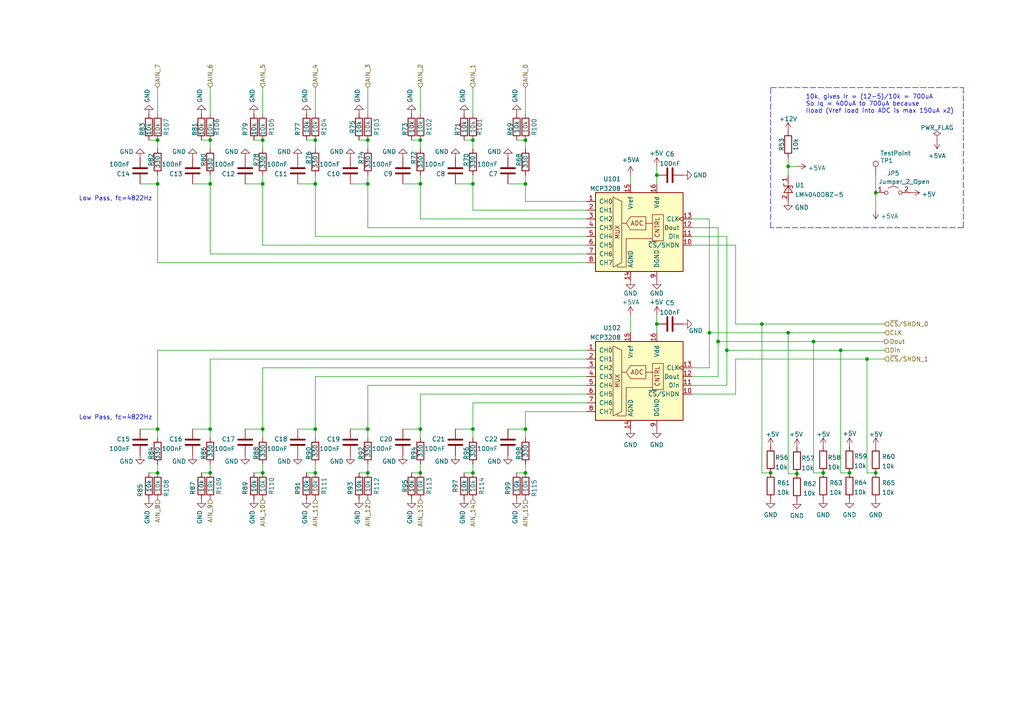
<source format=kicad_sch>
(kicad_sch (version 20211123) (generator eeschema)
  (paper "A4")
  (lib_symbols
    (symbol "Analog_ADC:MCP3208" (pin_names (offset 1.016))
      (property "Reference" "U" (at -5.08 13.335 0))
      (property "Value" "MCP3208" (at -5.08 11.43 0))
      (symbol "MCP3208_0_0"
        (text "ADC" (at -0.635 1.27 0) (effects (font (size 1.27 1.27))))
        (text "CNTRL" (at 5.969 -2.921 900) (effects (font (size 1.27 1.27)) (justify left bottom)))
        (text "MUX" (at -6.35 -1.27 900) (effects (font (size 1.27 1.27))))
      )
      (symbol "MCP3208_0_1"
        (polyline (pts (xy -3.81 1.27) (xy -5.08 1.27)))
        (polyline (pts (xy 1.905 1.27) (xy 3.81 1.27)))
        (polyline (pts (xy -7.62 8.89) (xy -7.62 -11.43) (xy -5.08 -10.16) (xy -5.08 7.62) (xy -7.62 8.89)))
        (polyline (pts (xy 3.81 -3.175) (xy -3.81 -3.175) (xy -3.81 -11.43) (xy -6.35 -11.43) (xy -6.35 -10.795)))
        (polyline (pts (xy 1.905 3.175) (xy 1.905 -0.635) (xy -2.54 -0.635) (xy -3.81 1.27) (xy -2.54 3.175) (xy 1.905 3.175)))
        (rectangle (start 3.81 -3.81) (end 6.985 3.81))
        (rectangle (start 12.7 -12.7) (end -12.7 10.16) (stroke (width 0.254)) (fill (type background)))
      )
      (symbol "MCP3208_1_1"
        (pin input line (at -15.24 7.62 0) (length 2.54) (name "CH0") (number "1"))
        (pin input line (at 15.24 -5.08 180) (length 2.54) (name "~{CS}/SHDN") (number "10"))
        (pin input line (at 15.24 -2.54 180) (length 2.54) (name "Din") (number "11"))
        (pin output line (at 15.24 0 180) (length 2.54) (name "Dout") (number "12"))
        (pin input clock (at 15.24 2.54 180) (length 2.54) (name "CLK") (number "13"))
        (pin power_in line (at -2.54 -15.24 90) (length 2.54) (name "AGND") (number "14"))
        (pin power_in line (at -2.54 12.7 270) (length 2.54) (name "Vref") (number "15"))
        (pin power_in line (at 5.08 12.7 270) (length 2.54) (name "Vdd") (number "16"))
        (pin input line (at -15.24 5.08 0) (length 2.54) (name "CH1") (number "2"))
        (pin input line (at -15.24 2.54 0) (length 2.54) (name "CH2") (number "3"))
        (pin input line (at -15.24 0 0) (length 2.54) (name "CH3") (number "4"))
        (pin input line (at -15.24 -2.54 0) (length 2.54) (name "CH4") (number "5"))
        (pin input line (at -15.24 -5.08 0) (length 2.54) (name "CH5") (number "6"))
        (pin input line (at -15.24 -7.62 0) (length 2.54) (name "CH6") (number "7"))
        (pin input line (at -15.24 -10.16 0) (length 2.54) (name "CH7") (number "8"))
        (pin power_in line (at 5.08 -15.24 90) (length 2.54) (name "DGND") (number "9"))
      )
    )
    (symbol "Connector:TestPoint" (pin_numbers hide) (pin_names (offset 0.762) hide)
      (property "Reference" "TP" (at 0 6.858 0))
      (property "Value" "TestPoint" (at 0 5.08 0))
      (symbol "TestPoint_0_1"
        (circle (center 0 3.302) (radius 0.762))
      )
      (symbol "TestPoint_1_1"
        (pin passive line (at 0 0 90) (length 2.54) (name "1") (number "1"))
      )
    )
    (symbol "Device:C" (pin_numbers hide) (pin_names (offset 0.254))
      (property "Reference" "C" (at 0.635 2.54 0))
      (property "Value" "C" (at 0.635 -2.54 0))
      (symbol "C_0_1"
        (polyline (pts (xy -2.032 -0.762) (xy 2.032 -0.762)) (stroke (width 0.508)))
        (polyline (pts (xy -2.032 0.762) (xy 2.032 0.762)) (stroke (width 0.508)))
      )
      (symbol "C_1_1"
        (pin passive line (at 0 3.81 270) (length 2.794) (name "~") (number "1"))
        (pin passive line (at 0 -3.81 90) (length 2.794) (name "~") (number "2"))
      )
    )
    (symbol "Device:R" (pin_numbers hide) (pin_names (offset 0))
      (property "Reference" "R" (at 2.032 0 90))
      (property "Value" "R" (at 0 0 90))
      (symbol "R_0_1"
        (rectangle (start -1.016 -2.54) (end 1.016 2.54) (stroke (width 0.254)))
      )
      (symbol "R_1_1"
        (pin passive line (at 0 3.81 270) (length 1.27) (name "~") (number "1"))
        (pin passive line (at 0 -3.81 90) (length 1.27) (name "~") (number "2"))
      )
    )
    (symbol "Jumper:Jumper_2_Open" (pin_names (offset 0) hide)
      (property "Reference" "JP" (at 0 2.794 0))
      (property "Value" "Jumper_2_Open" (at 0 -2.286 0))
      (symbol "Jumper_2_Open_0_0"
        (circle (center -2.032 0) (radius 0.508))
        (circle (center 2.032 0) (radius 0.508))
      )
      (symbol "Jumper_2_Open_0_1"
        (arc (start 1.524 1.27) (mid 0 1.778) (end -1.524 1.27))
      )
      (symbol "Jumper_2_Open_1_1"
        (pin passive line (at -5.08 0 0) (length 2.54) (name "A") (number "1"))
        (pin passive line (at 5.08 0 180) (length 2.54) (name "B") (number "2"))
      )
    )
    (symbol "Reference_Voltage:LM4040DBZ-5" (pin_names (offset 0.0254) hide)
      (property "Reference" "U" (at 0 2.54 0))
      (property "Value" "LM4040DBZ-5" (at 0 -3.175 0))
      (symbol "LM4040DBZ-5_0_1"
        (polyline (pts (xy -1.27 0) (xy 0 0) (xy 1.27 0)))
        (polyline (pts (xy -1.27 -1.27) (xy 0.635 0) (xy -1.27 1.27) (xy -1.27 -1.27)) (stroke (width 0.2032)))
        (polyline (pts (xy 0 -1.27) (xy 0.635 -1.27) (xy 0.635 1.27) (xy 1.27 1.27)) (stroke (width 0.2032)))
      )
      (symbol "LM4040DBZ-5_1_1"
        (pin passive line (at 3.81 0 180) (length 2.54) (name "K") (number "1"))
        (pin passive line (at -3.81 0 0) (length 2.54) (name "A") (number "2"))
      )
    )
    (symbol "power:+12V" (power) (pin_names (offset 0))
      (property "Value" "+12V" (at 0 3.556 0))
      (symbol "+12V_0_1"
        (polyline (pts (xy -0.762 1.27) (xy 0 2.54)))
        (polyline (pts (xy 0 0) (xy 0 2.54)))
        (polyline (pts (xy 0 2.54) (xy 0.762 1.27)))
      )
      (symbol "+12V_1_1"
        (pin power_in line (at 0 0 90) (length 0) hide (name "+12V") (number "1"))
      )
    )
    (symbol "power:+5V" (power) (pin_names (offset 0))
      (property "Value" "+5V" (at 0 3.556 0))
      (symbol "+5V_0_1"
        (polyline (pts (xy -0.762 1.27) (xy 0 2.54)))
        (polyline (pts (xy 0 0) (xy 0 2.54)))
        (polyline (pts (xy 0 2.54) (xy 0.762 1.27)))
      )
      (symbol "+5V_1_1"
        (pin power_in line (at 0 0 90) (length 0) hide (name "+5V") (number "1"))
      )
    )
    (symbol "power:+5VA" (power) (pin_names (offset 0))
      (property "Value" "+5VA" (at 0 3.556 0))
      (symbol "+5VA_0_1"
        (polyline (pts (xy -0.762 1.27) (xy 0 2.54)))
        (polyline (pts (xy 0 0) (xy 0 2.54)))
        (polyline (pts (xy 0 2.54) (xy 0.762 1.27)))
      )
      (symbol "+5VA_1_1"
        (pin power_in line (at 0 0 90) (length 0) hide (name "+5VA") (number "1"))
      )
    )
    (symbol "power:GND" (power) (pin_names (offset 0))
      (property "Value" "GND" (at 0 -3.81 0))
      (symbol "GND_0_1"
        (polyline (pts (xy 0 0) (xy 0 -1.27) (xy 1.27 -1.27) (xy 0 -2.54) (xy -1.27 -1.27) (xy 0 -1.27)))
      )
      (symbol "GND_1_1"
        (pin power_in line (at 0 0 270) (length 0) hide (name "GND") (number "1"))
      )
    )
    (symbol "power:PWR_FLAG" (power) (pin_numbers hide) (pin_names (offset 0) hide)
      (property "Value" "PWR_FLAG" (at 0 3.81 0))
      (symbol "PWR_FLAG_0_0"
        (pin power_out line (at 0 0 90) (length 0) (name "pwr") (number "1"))
      )
      (symbol "PWR_FLAG_0_1"
        (polyline (pts (xy 0 0) (xy 0 1.27) (xy -1.016 1.905) (xy 0 2.54) (xy 1.016 1.905) (xy 0 1.27)))
      )
    )
  )
  (junction (at 121.92 124.46))
  (junction (at 228.6 48.26))
  (junction (at 152.4 137.16))
  (junction (at 246.38 137.16))
  (junction (at 152.4 40.64))
  (junction (at 106.68 137.16))
  (junction (at 137.16 124.46))
  (junction (at 45.72 137.16))
  (junction (at 91.44 124.46))
  (junction (at 91.44 40.64))
  (junction (at 106.68 124.46))
  (junction (at 190.5 93.98))
  (junction (at 91.44 53.34))
  (junction (at 238.76 137.16))
  (junction (at 45.72 40.64))
  (junction (at 121.92 40.64))
  (junction (at 251.46 104.14))
  (junction (at 254 137.16))
  (junction (at 121.92 53.34))
  (junction (at 45.72 53.34))
  (junction (at 190.5 50.8))
  (junction (at 121.92 137.16))
  (junction (at 152.4 53.34))
  (junction (at 60.96 137.16))
  (junction (at 76.2 53.34))
  (junction (at 106.68 40.64))
  (junction (at 208.28 99.06))
  (junction (at 228.6 96.52))
  (junction (at 45.72 124.46))
  (junction (at 137.16 137.16))
  (junction (at 235.966 99.06))
  (junction (at 137.16 40.64))
  (junction (at 60.96 124.46))
  (junction (at 137.16 53.34))
  (junction (at 106.68 53.34))
  (junction (at 231.14 137.414))
  (junction (at 60.96 53.34))
  (junction (at 91.44 137.16))
  (junction (at 205.74 96.52))
  (junction (at 76.2 124.46))
  (junction (at 152.4 124.46))
  (junction (at 243.84 101.6))
  (junction (at 254 55.88))
  (junction (at 223.52 137.16))
  (junction (at 76.2 137.16))
  (junction (at 220.98 93.98))
  (junction (at 60.96 40.64))
  (junction (at 210.82 101.6))
  (junction (at 76.2 40.64))
  (wire (pts (xy 121.92 40.64) (xy 119.38 40.64)))
  (wire (pts (xy 106.68 66.04) (xy 106.68 53.34)))
  (wire (pts (xy 223.52 137.16) (xy 220.98 137.16)))
  (wire (pts (xy 208.28 109.22) (xy 208.28 99.06)))
  (wire (pts (xy 45.72 124.46) (xy 40.64 124.46)))
  (wire (pts (xy 60.96 137.16) (xy 58.42 137.16)))
  (wire (pts (xy 45.72 101.6) (xy 45.72 124.46)))
  (wire (pts (xy 121.92 25.4) (xy 121.92 33.02)))
  (wire (pts (xy 243.84 101.6) (xy 256.54 101.6)))
  (wire (pts (xy 182.88 50.8) (xy 182.88 53.34)))
  (wire (pts (xy 228.6 96.52) (xy 228.6 137.414)))
  (wire (pts (xy 254 50.8) (xy 254 55.88)))
  (wire (pts (xy 45.72 53.34) (xy 40.64 53.34)))
  (wire (pts (xy 152.4 127) (xy 152.4 124.46)))
  (wire (pts (xy 121.92 127) (xy 121.92 124.46)))
  (wire (pts (xy 190.5 50.8) (xy 190.5 53.34)))
  (wire (pts (xy 121.92 114.3) (xy 170.18 114.3)))
  (wire (pts (xy 91.44 25.4) (xy 91.44 33.02)))
  (wire (pts (xy 213.36 104.14) (xy 251.46 104.14)))
  (wire (pts (xy 213.36 93.98) (xy 220.98 93.98)))
  (wire (pts (xy 182.88 91.44) (xy 182.88 96.52)))
  (wire (pts (xy 152.4 58.42) (xy 170.18 58.42)))
  (wire (pts (xy 254 60.96) (xy 254 55.88)))
  (polyline (pts (xy 279.4 66.04) (xy 223.52 66.04)))
  (wire (pts (xy 106.68 137.16) (xy 104.14 137.16)))
  (wire (pts (xy 170.18 101.6) (xy 45.72 101.6)))
  (wire (pts (xy 121.92 43.18) (xy 121.92 40.64)))
  (wire (pts (xy 170.18 106.68) (xy 76.2 106.68)))
  (wire (pts (xy 106.68 127) (xy 106.68 124.46)))
  (wire (pts (xy 243.84 137.16) (xy 243.84 101.6)))
  (wire (pts (xy 60.96 25.4) (xy 60.96 33.02)))
  (wire (pts (xy 60.96 53.34) (xy 60.96 73.66)))
  (wire (pts (xy 91.44 124.46) (xy 86.36 124.46)))
  (wire (pts (xy 76.2 127) (xy 76.2 124.46)))
  (wire (pts (xy 91.44 53.34) (xy 86.36 53.34)))
  (wire (pts (xy 152.4 40.64) (xy 149.86 40.64)))
  (wire (pts (xy 137.16 43.18) (xy 137.16 40.64)))
  (polyline (pts (xy 223.52 25.4) (xy 279.4 25.4)))
  (wire (pts (xy 76.2 40.64) (xy 73.66 40.64)))
  (wire (pts (xy 76.2 124.46) (xy 71.12 124.46)))
  (wire (pts (xy 208.28 99.06) (xy 235.966 99.06)))
  (wire (pts (xy 76.2 137.16) (xy 73.66 137.16)))
  (wire (pts (xy 137.16 127) (xy 137.16 124.46)))
  (wire (pts (xy 91.44 43.18) (xy 91.44 40.64)))
  (wire (pts (xy 137.16 50.8) (xy 137.16 53.34)))
  (wire (pts (xy 45.72 134.62) (xy 45.72 137.16)))
  (wire (pts (xy 251.46 104.14) (xy 256.54 104.14)))
  (wire (pts (xy 121.92 137.16) (xy 119.38 137.16)))
  (wire (pts (xy 106.68 43.18) (xy 106.68 40.64)))
  (wire (pts (xy 205.74 63.5) (xy 200.66 63.5)))
  (wire (pts (xy 152.4 119.38) (xy 170.18 119.38)))
  (wire (pts (xy 170.18 76.2) (xy 45.72 76.2)))
  (wire (pts (xy 76.2 25.4) (xy 76.2 33.02)))
  (wire (pts (xy 137.16 40.64) (xy 134.62 40.64)))
  (wire (pts (xy 60.96 43.18) (xy 60.96 40.64)))
  (wire (pts (xy 231.14 48.26) (xy 228.6 48.26)))
  (wire (pts (xy 45.72 127) (xy 45.72 124.46)))
  (wire (pts (xy 205.74 96.52) (xy 205.74 63.5)))
  (wire (pts (xy 106.68 111.76) (xy 106.68 124.46)))
  (wire (pts (xy 251.46 137.16) (xy 254 137.16)))
  (wire (pts (xy 200.66 71.12) (xy 213.36 71.12)))
  (wire (pts (xy 200.66 114.3) (xy 213.36 114.3)))
  (wire (pts (xy 152.4 53.34) (xy 147.32 53.34)))
  (wire (pts (xy 208.28 66.04) (xy 200.66 66.04)))
  (wire (pts (xy 137.16 60.96) (xy 170.18 60.96)))
  (wire (pts (xy 91.44 134.62) (xy 91.44 137.16)))
  (wire (pts (xy 76.2 53.34) (xy 71.12 53.34)))
  (wire (pts (xy 60.96 104.14) (xy 170.18 104.14)))
  (wire (pts (xy 137.16 116.84) (xy 137.16 124.46)))
  (wire (pts (xy 200.66 68.58) (xy 210.82 68.58)))
  (wire (pts (xy 91.44 127) (xy 91.44 124.46)))
  (wire (pts (xy 60.96 53.34) (xy 55.88 53.34)))
  (wire (pts (xy 170.18 111.76) (xy 106.68 111.76)))
  (wire (pts (xy 213.36 114.3) (xy 213.36 104.14)))
  (wire (pts (xy 76.2 134.62) (xy 76.2 137.16)))
  (wire (pts (xy 228.6 48.26) (xy 228.6 50.8)))
  (wire (pts (xy 91.44 109.22) (xy 91.44 124.46)))
  (wire (pts (xy 152.4 119.38) (xy 152.4 124.46)))
  (wire (pts (xy 76.2 50.8) (xy 76.2 53.34)))
  (wire (pts (xy 106.68 53.34) (xy 101.6 53.34)))
  (wire (pts (xy 137.16 25.4) (xy 137.16 33.02)))
  (wire (pts (xy 106.68 124.46) (xy 101.6 124.46)))
  (wire (pts (xy 91.44 137.16) (xy 88.9 137.16)))
  (wire (pts (xy 251.46 104.14) (xy 251.46 137.16)))
  (polyline (pts (xy 279.4 25.4) (xy 279.4 66.04)))
  (wire (pts (xy 152.4 50.8) (xy 152.4 53.34)))
  (wire (pts (xy 210.82 68.58) (xy 210.82 101.6)))
  (wire (pts (xy 60.96 127) (xy 60.96 124.46)))
  (wire (pts (xy 210.82 101.6) (xy 210.82 111.76)))
  (wire (pts (xy 190.5 93.98) (xy 190.5 96.52)))
  (wire (pts (xy 91.44 109.22) (xy 170.18 109.22)))
  (wire (pts (xy 152.4 58.42) (xy 152.4 53.34)))
  (wire (pts (xy 152.4 124.46) (xy 147.32 124.46)))
  (wire (pts (xy 137.16 134.62) (xy 137.16 137.16)))
  (wire (pts (xy 121.92 53.34) (xy 116.84 53.34)))
  (wire (pts (xy 205.74 96.52) (xy 228.6 96.52)))
  (wire (pts (xy 91.44 50.8) (xy 91.44 53.34)))
  (wire (pts (xy 152.4 25.4) (xy 152.4 33.02)))
  (wire (pts (xy 208.28 99.06) (xy 208.28 66.04)))
  (wire (pts (xy 91.44 68.58) (xy 91.44 53.34)))
  (wire (pts (xy 106.68 50.8) (xy 106.68 53.34)))
  (wire (pts (xy 76.2 106.68) (xy 76.2 124.46)))
  (wire (pts (xy 152.4 134.62) (xy 152.4 137.16)))
  (wire (pts (xy 137.16 53.34) (xy 132.08 53.34)))
  (wire (pts (xy 190.5 48.26) (xy 190.5 50.8)))
  (wire (pts (xy 170.18 63.5) (xy 121.92 63.5)))
  (wire (pts (xy 213.36 71.12) (xy 213.36 93.98)))
  (wire (pts (xy 152.4 137.16) (xy 149.86 137.16)))
  (wire (pts (xy 76.2 71.12) (xy 170.18 71.12)))
  (wire (pts (xy 205.74 106.68) (xy 205.74 96.52)))
  (wire (pts (xy 243.84 137.16) (xy 246.38 137.16)))
  (wire (pts (xy 45.72 40.64) (xy 43.18 40.64)))
  (wire (pts (xy 190.5 91.44) (xy 190.5 93.98)))
  (wire (pts (xy 210.82 101.6) (xy 243.84 101.6)))
  (wire (pts (xy 76.2 71.12) (xy 76.2 53.34)))
  (wire (pts (xy 235.966 99.06) (xy 256.54 99.06)))
  (wire (pts (xy 121.92 53.34) (xy 121.92 63.5)))
  (wire (pts (xy 60.96 50.8) (xy 60.96 53.34)))
  (wire (pts (xy 106.68 25.4) (xy 106.68 33.02)))
  (wire (pts (xy 60.96 124.46) (xy 55.88 124.46)))
  (wire (pts (xy 121.92 114.3) (xy 121.92 124.46)))
  (wire (pts (xy 60.96 134.62) (xy 60.96 137.16)))
  (wire (pts (xy 235.966 137.16) (xy 235.966 99.06)))
  (wire (pts (xy 220.98 93.98) (xy 220.98 137.16)))
  (wire (pts (xy 45.72 53.34) (xy 45.72 76.2)))
  (wire (pts (xy 121.92 134.62) (xy 121.92 137.16)))
  (wire (pts (xy 121.92 124.46) (xy 116.84 124.46)))
  (wire (pts (xy 200.66 109.22) (xy 208.28 109.22)))
  (wire (pts (xy 170.18 66.04) (xy 106.68 66.04)))
  (wire (pts (xy 228.6 96.52) (xy 256.54 96.52)))
  (wire (pts (xy 106.68 134.62) (xy 106.68 137.16)))
  (wire (pts (xy 91.44 68.58) (xy 170.18 68.58)))
  (wire (pts (xy 60.96 73.66) (xy 170.18 73.66)))
  (wire (pts (xy 200.66 106.68) (xy 205.74 106.68)))
  (wire (pts (xy 60.96 40.64) (xy 58.42 40.64)))
  (wire (pts (xy 76.2 43.18) (xy 76.2 40.64)))
  (wire (pts (xy 45.72 43.18) (xy 45.72 40.64)))
  (wire (pts (xy 137.16 60.96) (xy 137.16 53.34)))
  (wire (pts (xy 91.44 40.64) (xy 88.9 40.64)))
  (wire (pts (xy 45.72 137.16) (xy 43.18 137.16)))
  (wire (pts (xy 60.96 104.14) (xy 60.96 124.46)))
  (wire (pts (xy 137.16 137.16) (xy 134.62 137.16)))
  (wire (pts (xy 45.72 25.4) (xy 45.72 33.02)))
  (wire (pts (xy 106.68 40.64) (xy 104.14 40.64)))
  (wire (pts (xy 210.82 111.76) (xy 200.66 111.76)))
  (wire (pts (xy 231.14 137.414) (xy 228.6 137.414)))
  (wire (pts (xy 152.4 43.18) (xy 152.4 40.64)))
  (wire (pts (xy 121.92 50.8) (xy 121.92 53.34)))
  (wire (pts (xy 45.72 50.8) (xy 45.72 53.34)))
  (wire (pts (xy 228.6 45.72) (xy 228.6 48.26)))
  (wire (pts (xy 137.16 116.84) (xy 170.18 116.84)))
  (polyline (pts (xy 223.52 66.04) (xy 223.52 25.4)))
  (wire (pts (xy 137.16 124.46) (xy 132.08 124.46)))
  (wire (pts (xy 238.76 137.16) (xy 235.966 137.16)))
  (wire (pts (xy 220.98 93.98) (xy 256.54 93.98)))
  (text "10k, gives Ir = (12-5)/10k = 700uA\nSo Iq = 400uA to 700uA because \nIload (Vref load into ADC is max 150uA x2)" (at 233.68 33.02 0) (effects (font (size 1.27 1.27)) (justify left bottom)))
  (text "Low Pass, fc=4822Hz" (at 22.86 58.42 0) (effects (font (size 1.27 1.27)) (justify left bottom)))
  (text "Low Pass, fc=4822Hz" (at 22.86 121.92 0) (effects (font (size 1.27 1.27)) (justify left bottom)))
  (hierarchical_label "AIN_6" (shape input) (at 60.96 25.4 90))
  (hierarchical_label "AIN_10" (shape input) (at 76.2 144.78 270))
  (hierarchical_label "AIN_15" (shape input) (at 152.4 144.78 270))
  (hierarchical_label "AIN_1" (shape input) (at 137.16 25.4 90))
  (hierarchical_label "AIN_5" (shape input) (at 76.2 25.4 90))
  (hierarchical_label "AIN_4" (shape input) (at 91.44 25.4 90))
  (hierarchical_label "AIN_13" (shape input) (at 121.92 144.78 270))
  (hierarchical_label "AIN_3" (shape input) (at 106.68 25.4 90))
  (hierarchical_label "AIN_12" (shape input) (at 106.68 144.78 270))
  (hierarchical_label "Din" (shape input) (at 256.54 101.6 0))
  (hierarchical_label "Dout" (shape output) (at 256.54 99.06 0))
  (hierarchical_label "AIN_11" (shape input) (at 91.44 144.78 270))
  (hierarchical_label "CLK" (shape input) (at 256.54 96.52 0))
  (hierarchical_label "AIN_14" (shape input) (at 137.16 144.78 270))
  (hierarchical_label "AIN_0" (shape input) (at 152.4 25.4 90))
  (hierarchical_label "AIN_2" (shape input) (at 121.92 25.4 90))
  (hierarchical_label "AIN_9" (shape input) (at 60.96 144.78 270))
  (hierarchical_label "AIN_7" (shape input) (at 45.72 25.4 90))
  (hierarchical_label "AIN_8" (shape input) (at 45.72 144.78 270))
  (hierarchical_label "~{CS}{slash}SHDN_0" (shape input) (at 256.54 93.98 0))
  (hierarchical_label "~{CS}{slash}SHDN_1" (shape input) (at 256.54 104.14 0))
  (symbol (lib_id "power:+5VA") (at 271.78 40.64 180) (unit 1)
    (property "Reference" "#PWR036" (effects hide))
    (property "Value" "+5VA" (at 271.78 45.2025 0))
  )
  (symbol (lib_id "Device:C") (at 116.84 128.27 0) (unit 1)
    (property "Reference" "C20" (at 113.919 127.3615 0) (effects (justify right)))
    (property "Value" "100nF" (at 113.919 130.1366 0) (effects (justify right)))
    (property "Footprint" "Capacitor_SMD:C_1206_3216Metric_Pad1.33x1.80mm_HandSolder" (effects hide))
  )
  (symbol (lib_id "power:GND") (at 238.76 144.78 0) (unit 1)
    (property "Reference" "#PWR060" (effects hide))
    (property "Value" "GND" (at 238.76 149.3425 0))
  )
  (symbol (lib_id "Device:R") (at 76.2 130.81 180) (unit 1)
    (property "Reference" "R88" (at 74.295 131.445 90))
    (property "Value" "330" (at 76.2 130.81 90))
    (property "Footprint" "Resistor_SMD:R_1206_3216Metric_Pad1.30x1.75mm_HandSolder" (effects hide))
  )
  (symbol (lib_id "Device:C") (at 194.31 93.98 270) (mirror x) (unit 1)
    (property "Reference" "C5" (at 194.31 87.8545 90))
    (property "Value" "100nF" (at 194.31 90.6296 90))
    (property "Footprint" "Capacitor_SMD:C_1206_3216Metric_Pad1.33x1.80mm_HandSolder" (effects hide))
  )
  (symbol (lib_id "Device:C") (at 40.64 49.53 0) (mirror x) (unit 1)
    (property "Reference" "C14" (at 37.719 50.4385 0) (effects (justify right)))
    (property "Value" "100nF" (at 37.719 47.6634 0) (effects (justify right)))
    (property "Footprint" "Capacitor_SMD:C_1206_3216Metric_Pad1.33x1.80mm_HandSolder" (effects hide))
  )
  (symbol (lib_id "power:GND") (at 55.88 45.72 0) (mirror x) (unit 1)
    (property "Reference" "#PWR047" (effects hide))
    (property "Value" "GND" (at 53.975 43.971 0) (effects (justify right)))
  )
  (symbol (lib_id "Device:R") (at 45.72 36.83 0) (mirror x) (unit 1)
    (property "Reference" "R107" (at 48.26 36.83 90))
    (property "Value" "10k" (at 45.72 37.465 90))
    (property "Footprint" "Resistor_SMD:R_1206_3216Metric_Pad1.30x1.75mm_HandSolder" (effects hide))
  )
  (symbol (lib_id "power:GND") (at 116.84 45.72 0) (mirror x) (unit 1)
    (property "Reference" "#PWR051" (effects hide))
    (property "Value" "GND" (at 114.935 43.971 0) (effects (justify right)))
  )
  (symbol (lib_id "power:GND") (at 198.12 93.98 90) (mirror x) (unit 1)
    (property "Reference" "#PWR043" (effects hide))
    (property "Value" "GND" (at 203.835 95.885 90) (effects (justify left)))
  )
  (symbol (lib_id "Device:C") (at 71.12 49.53 0) (mirror x) (unit 1)
    (property "Reference" "C12" (at 68.199 50.4385 0) (effects (justify right)))
    (property "Value" "100nF" (at 68.199 47.6634 0) (effects (justify right)))
    (property "Footprint" "Capacitor_SMD:C_1206_3216Metric_Pad1.33x1.80mm_HandSolder" (effects hide))
  )
  (symbol (lib_id "power:GND") (at 71.12 132.08 0) (unit 1)
    (property "Reference" "#PWR097" (effects hide))
    (property "Value" "GND" (at 69.215 133.829 0) (effects (justify right)))
  )
  (symbol (lib_id "Analog_ADC:MCP3208") (at 185.42 109.22 0) (unit 1)
    (property "Reference" "U102" (at 180.1113 95.0935 0) (effects (justify right)))
    (property "Value" "MCP3208" (at 180.1113 97.8686 0) (effects (justify right)))
    (property "Footprint" "Package_DIP:DIP-16_W7.62mm_Socket_LongPads" (effects hide))
    (property "Datasheet" "http://ww1.microchip.com/downloads/en/DeviceDoc/21298c.pdf" (effects hide))
  )
  (symbol (lib_id "power:GND") (at 190.5 124.46 0) (mirror y) (unit 1)
    (property "Reference" "#PWR045" (effects hide))
    (property "Value" "GND" (at 190.5 129.0225 0))
  )
  (symbol (lib_id "power:GND") (at 58.42 144.78 0) (unit 1)
    (property "Reference" "#PWR0117" (effects hide))
    (property "Value" "GND" (at 57.941 147.955 90) (effects (justify right)))
  )
  (symbol (lib_id "power:GND") (at 134.62 33.02 0) (mirror x) (unit 1)
    (property "Reference" "#PWR032" (effects hide))
    (property "Value" "GND" (at 134.141 29.845 90) (effects (justify right)))
  )
  (symbol (lib_id "power:GND") (at 88.9 33.02 0) (mirror x) (unit 1)
    (property "Reference" "#PWR029" (effects hide))
    (property "Value" "GND" (at 88.421 29.845 90) (effects (justify right)))
  )
  (symbol (lib_id "Device:R") (at 60.96 140.97 0) (unit 1)
    (property "Reference" "R109" (at 63.5 140.97 90))
    (property "Value" "10k" (at 60.96 140.97 90))
    (property "Footprint" "Resistor_SMD:R_1206_3216Metric_Pad1.30x1.75mm_HandSolder" (effects hide))
  )
  (symbol (lib_id "power:+5V") (at 190.5 91.44 0) (mirror y) (unit 1)
    (property "Reference" "#PWR041" (effects hide))
    (property "Value" "+5V" (at 192.405 87.63 0) (effects (justify left)))
  )
  (symbol (lib_id "Device:R") (at 119.38 140.97 0) (unit 1)
    (property "Reference" "R95" (at 117.475 140.97 90))
    (property "Value" "10k" (at 119.38 140.97 90))
    (property "Footprint" "Resistor_SMD:R_1206_3216Metric_Pad1.30x1.75mm_HandSolder" (effects hide))
  )
  (symbol (lib_id "Device:R") (at 149.86 140.97 0) (unit 1)
    (property "Reference" "R99" (at 147.32 141.605 90))
    (property "Value" "10k" (at 149.86 140.97 90))
    (property "Footprint" "Resistor_SMD:R_1206_3216Metric_Pad1.30x1.75mm_HandSolder" (effects hide))
  )
  (symbol (lib_id "power:+5V") (at 231.14 129.794 0) (unit 1)
    (property "Reference" "#PWR058" (effects hide))
    (property "Value" "+5V" (at 228.854 125.984 0) (effects (justify left)))
  )
  (symbol (lib_id "Device:C") (at 116.84 49.53 0) (mirror x) (unit 1)
    (property "Reference" "C9" (at 113.919 50.4385 0) (effects (justify right)))
    (property "Value" "100nF" (at 113.919 47.6634 0) (effects (justify right)))
    (property "Footprint" "Capacitor_SMD:C_1206_3216Metric_Pad1.33x1.80mm_HandSolder" (effects hide))
  )
  (symbol (lib_id "Device:R") (at 152.4 130.81 180) (unit 1)
    (property "Reference" "R98" (at 150.495 131.445 90))
    (property "Value" "330" (at 152.4 130.81 90))
    (property "Footprint" "Resistor_SMD:R_1206_3216Metric_Pad1.30x1.75mm_HandSolder" (effects hide))
  )
  (symbol (lib_id "Device:R") (at 76.2 140.97 0) (unit 1)
    (property "Reference" "R110" (at 78.74 140.97 90))
    (property "Value" "10k" (at 76.2 140.97 90))
    (property "Footprint" "Resistor_SMD:R_1206_3216Metric_Pad1.30x1.75mm_HandSolder" (effects hide))
  )
  (symbol (lib_id "Device:R") (at 152.4 140.97 0) (unit 1)
    (property "Reference" "R115" (at 154.94 141.605 90))
    (property "Value" "10k" (at 152.4 140.97 90))
    (property "Footprint" "Resistor_SMD:R_1206_3216Metric_Pad1.30x1.75mm_HandSolder" (effects hide))
  )
  (symbol (lib_id "power:GND") (at 132.08 45.72 0) (mirror x) (unit 1)
    (property "Reference" "#PWR052" (effects hide))
    (property "Value" "GND" (at 130.175 43.971 0) (effects (justify right)))
  )
  (symbol (lib_id "Device:R") (at 106.68 36.83 0) (mirror x) (unit 1)
    (property "Reference" "R103" (at 109.22 36.83 90))
    (property "Value" "10k" (at 106.68 36.83 90))
    (property "Footprint" "Resistor_SMD:R_1206_3216Metric_Pad1.30x1.75mm_HandSolder" (effects hide))
  )
  (symbol (lib_id "power:GND") (at 147.32 132.08 0) (unit 1)
    (property "Reference" "#PWR0115" (effects hide))
    (property "Value" "GND" (at 145.415 133.829 0) (effects (justify right)))
  )
  (symbol (lib_id "power:GND") (at 228.6 58.42 0) (mirror y) (unit 1)
    (property "Reference" "#PWR0107" (effects hide))
    (property "Value" "GND" (at 230.505 60.169 0) (effects (justify right)))
  )
  (symbol (lib_id "power:+12V") (at 228.6 38.1 0) (unit 1)
    (property "Reference" "#PWR034" (effects hide))
    (property "Value" "+12V" (at 228.6 34.4955 0))
  )
  (symbol (lib_id "Device:R") (at 106.68 130.81 180) (unit 1)
    (property "Reference" "R92" (at 104.775 131.445 90))
    (property "Value" "330" (at 106.68 130.81 90))
    (property "Footprint" "Resistor_SMD:R_1206_3216Metric_Pad1.30x1.75mm_HandSolder" (effects hide))
  )
  (symbol (lib_id "power:GND") (at 254 144.78 0) (unit 1)
    (property "Reference" "#PWR062" (effects hide))
    (property "Value" "GND" (at 254 149.3425 0))
  )
  (symbol (lib_id "Device:R") (at 106.68 140.97 0) (unit 1)
    (property "Reference" "R112" (at 109.22 140.97 90))
    (property "Value" "10k" (at 106.68 140.97 90))
    (property "Footprint" "Resistor_SMD:R_1206_3216Metric_Pad1.30x1.75mm_HandSolder" (effects hide))
  )
  (symbol (lib_id "power:GND") (at 182.88 81.28 0) (mirror y) (unit 1)
    (property "Reference" "#PWR038" (effects hide))
    (property "Value" "GND" (at 182.88 85.09 0))
  )
  (symbol (lib_id "power:GND") (at 190.5 81.28 0) (mirror y) (unit 1)
    (property "Reference" "#PWR039" (effects hide))
    (property "Value" "GND" (at 190.5 85.09 0))
  )
  (symbol (lib_id "Device:R") (at 106.68 46.99 0) (mirror y) (unit 1)
    (property "Reference" "R74" (at 104.775 45.72 90))
    (property "Value" "330" (at 106.68 46.99 90))
    (property "Footprint" "Resistor_SMD:R_1206_3216Metric_Pad1.30x1.75mm_HandSolder" (effects hide))
  )
  (symbol (lib_id "Device:R") (at 88.9 140.97 0) (unit 1)
    (property "Reference" "R91" (at 86.36 141.605 90))
    (property "Value" "10k" (at 88.9 140.97 90))
    (property "Footprint" "Resistor_SMD:R_1206_3216Metric_Pad1.30x1.75mm_HandSolder" (effects hide))
  )
  (symbol (lib_id "power:GND") (at 132.08 132.08 0) (unit 1)
    (property "Reference" "#PWR0114" (effects hide))
    (property "Value" "GND" (at 130.175 133.829 0) (effects (justify right)))
  )
  (symbol (lib_id "Device:C") (at 55.88 128.27 0) (unit 1)
    (property "Reference" "C16" (at 52.959 127.3615 0) (effects (justify right)))
    (property "Value" "100nF" (at 52.959 130.1366 0) (effects (justify right)))
    (property "Footprint" "Capacitor_SMD:C_1206_3216Metric_Pad1.33x1.80mm_HandSolder" (effects hide))
  )
  (symbol (lib_id "power:GND") (at 104.14 144.78 0) (unit 1)
    (property "Reference" "#PWR0131" (effects hide))
    (property "Value" "GND" (at 103.661 147.955 90) (effects (justify right)))
  )
  (symbol (lib_id "power:GND") (at 71.12 45.72 0) (mirror x) (unit 1)
    (property "Reference" "#PWR048" (effects hide))
    (property "Value" "GND" (at 69.215 43.971 0) (effects (justify right)))
  )
  (symbol (lib_id "Device:R") (at 88.9 36.83 0) (mirror x) (unit 1)
    (property "Reference" "R77" (at 86.36 37.465 90))
    (property "Value" "10k" (at 88.9 36.83 90))
    (property "Footprint" "Resistor_SMD:R_1206_3216Metric_Pad1.30x1.75mm_HandSolder" (effects hide))
  )
  (symbol (lib_id "power:GND") (at 73.66 33.02 0) (mirror x) (unit 1)
    (property "Reference" "#PWR028" (effects hide))
    (property "Value" "GND" (at 73.181 29.845 90) (effects (justify right)))
  )
  (symbol (lib_id "Device:R") (at 60.96 36.83 0) (mirror x) (unit 1)
    (property "Reference" "R106" (at 62.865 36.83 90))
    (property "Value" "10k" (at 60.96 37.465 90))
    (property "Footprint" "Resistor_SMD:R_1206_3216Metric_Pad1.30x1.75mm_HandSolder" (effects hide))
  )
  (symbol (lib_id "Device:R") (at 223.52 140.97 0) (unit 1)
    (property "Reference" "R61" (at 225.298 140.0615 0) (effects (justify left)))
    (property "Value" "10k" (at 225.298 142.8366 0) (effects (justify left)))
    (property "Footprint" "Resistor_SMD:R_1206_3216Metric_Pad1.30x1.75mm_HandSolder" (effects hide))
  )
  (symbol (lib_id "Device:R") (at 228.6 41.91 0) (mirror x) (unit 1)
    (property "Reference" "R53" (at 226.695 41.91 90))
    (property "Value" "10k" (at 230.8074 41.91 90))
    (property "Footprint" "Resistor_SMD:R_1206_3216Metric_Pad1.30x1.75mm_HandSolder" (effects hide))
  )
  (symbol (lib_id "power:GND") (at 43.18 144.78 0) (unit 1)
    (property "Reference" "#PWR0116" (effects hide))
    (property "Value" "GND" (at 42.701 147.955 90) (effects (justify right)))
  )
  (symbol (lib_id "power:GND") (at 119.38 144.78 0) (unit 1)
    (property "Reference" "#PWR0132" (effects hide))
    (property "Value" "GND" (at 118.901 147.955 90) (effects (justify right)))
  )
  (symbol (lib_id "power:GND") (at 73.66 144.78 0) (unit 1)
    (property "Reference" "#PWR0118" (effects hide))
    (property "Value" "GND" (at 73.181 147.955 90) (effects (justify right)))
  )
  (symbol (lib_id "Connector:TestPoint") (at 254 50.8 0) (unit 1)
    (property "Reference" "TP1" (at 255.397 46.5895 0) (effects (justify left)))
    (property "Value" "TestPoint" (at 255.27 44.45 0) (effects (justify left)))
    (property "Footprint" "TestPoint:TestPoint_THTPad_2.0x2.0mm_Drill1.0mm" (effects hide))
  )
  (symbol (lib_id "Device:R") (at 254 133.35 0) (unit 1)
    (property "Reference" "R60" (at 255.778 132.4415 0) (effects (justify left)))
    (property "Value" "10k" (at 255.778 135.2166 0) (effects (justify left)))
    (property "Footprint" "Resistor_SMD:R_1206_3216Metric_Pad1.30x1.75mm_HandSolder" (effects hide))
  )
  (symbol (lib_id "Device:R") (at 43.18 36.83 0) (mirror x) (unit 1)
    (property "Reference" "R83" (at 41.275 37.465 90))
    (property "Value" "10k" (at 43.18 37.465 90))
    (property "Footprint" "Resistor_SMD:R_1206_3216Metric_Pad1.30x1.75mm_HandSolder" (effects hide))
  )
  (symbol (lib_id "Reference_Voltage:LM4040DBZ-5") (at 228.6 54.61 90) (unit 1)
    (property "Reference" "U1" (at 230.6066 53.7015 90) (effects (justify right)))
    (property "Value" "LM4040DBZ-5" (at 230.6066 56.4766 90) (effects (justify right)))
    (property "Footprint" "Package_TO_SOT_SMD:SOT-23" (effects hide))
    (property "Datasheet" "http://www.ti.com/lit/ds/symlink/lm4040-n.pdf" (effects hide))
  )
  (symbol (lib_id "Device:R") (at 60.96 46.99 0) (mirror y) (unit 1)
    (property "Reference" "R80" (at 59.055 46.355 90))
    (property "Value" "330" (at 60.96 47.625 90))
    (property "Footprint" "Resistor_SMD:R_1206_3216Metric_Pad1.30x1.75mm_HandSolder" (effects hide))
  )
  (symbol (lib_id "power:GND") (at 55.88 132.08 0) (unit 1)
    (property "Reference" "#PWR096" (effects hide))
    (property "Value" "GND" (at 53.975 133.829 0) (effects (justify right)))
  )
  (symbol (lib_id "Device:R") (at 73.66 140.97 0) (unit 1)
    (property "Reference" "R89" (at 71.12 141.605 90))
    (property "Value" "10k" (at 73.66 140.97 90))
    (property "Footprint" "Resistor_SMD:R_1206_3216Metric_Pad1.30x1.75mm_HandSolder" (effects hide))
  )
  (symbol (lib_id "power:GND") (at 182.88 124.46 0) (mirror y) (unit 1)
    (property "Reference" "#PWR044" (effects hide))
    (property "Value" "GND" (at 182.88 129.0225 0))
  )
  (symbol (lib_id "Device:C") (at 101.6 128.27 0) (unit 1)
    (property "Reference" "C19" (at 98.679 127.3615 0) (effects (justify right)))
    (property "Value" "100nF" (at 98.679 130.1366 0) (effects (justify right)))
    (property "Footprint" "Capacitor_SMD:C_1206_3216Metric_Pad1.33x1.80mm_HandSolder" (effects hide))
  )
  (symbol (lib_id "Device:R") (at 231.14 133.604 0) (unit 1)
    (property "Reference" "R57" (at 232.41 132.969 0) (effects (justify left)))
    (property "Value" "10k" (at 232.41 135.7441 0) (effects (justify left)))
    (property "Footprint" "Resistor_SMD:R_1206_3216Metric_Pad1.30x1.75mm_HandSolder" (effects hide))
  )
  (symbol (lib_id "Device:C") (at 55.88 49.53 0) (mirror x) (unit 1)
    (property "Reference" "C13" (at 52.959 50.4385 0) (effects (justify right)))
    (property "Value" "100nF" (at 52.959 47.6634 0) (effects (justify right)))
    (property "Footprint" "Capacitor_SMD:C_1206_3216Metric_Pad1.33x1.80mm_HandSolder" (effects hide))
  )
  (symbol (lib_id "power:GND") (at 101.6 132.08 0) (unit 1)
    (property "Reference" "#PWR099" (effects hide))
    (property "Value" "GND" (at 99.695 133.829 0) (effects (justify right)))
  )
  (symbol (lib_id "Device:C") (at 86.36 49.53 0) (mirror x) (unit 1)
    (property "Reference" "C11" (at 83.439 50.4385 0) (effects (justify right)))
    (property "Value" "100nF" (at 83.439 47.6634 0) (effects (justify right)))
    (property "Footprint" "Capacitor_SMD:C_1206_3216Metric_Pad1.33x1.80mm_HandSolder" (effects hide))
  )
  (symbol (lib_id "power:+5V") (at 254 129.54 0) (unit 1)
    (property "Reference" "#PWR057" (effects hide))
    (property "Value" "+5V" (at 251.968 125.984 0) (effects (justify left)))
  )
  (symbol (lib_id "power:GND") (at 104.14 33.02 0) (mirror x) (unit 1)
    (property "Reference" "#PWR030" (effects hide))
    (property "Value" "GND" (at 103.661 29.845 90) (effects (justify right)))
  )
  (symbol (lib_id "Device:C") (at 40.64 128.27 0) (unit 1)
    (property "Reference" "C15" (at 37.719 127.3615 0) (effects (justify right)))
    (property "Value" "100nF" (at 37.719 130.1366 0) (effects (justify right)))
    (property "Footprint" "Capacitor_SMD:C_1206_3216Metric_Pad1.33x1.80mm_HandSolder" (effects hide))
  )
  (symbol (lib_id "power:GND") (at 119.38 33.02 0) (mirror x) (unit 1)
    (property "Reference" "#PWR031" (effects hide))
    (property "Value" "GND" (at 118.901 29.845 90) (effects (justify right)))
  )
  (symbol (lib_id "Device:R") (at 119.38 36.83 0) (mirror x) (unit 1)
    (property "Reference" "R73" (at 117.475 37.465 90))
    (property "Value" "10k" (at 119.38 36.83 90))
    (property "Footprint" "Resistor_SMD:R_1206_3216Metric_Pad1.30x1.75mm_HandSolder" (effects hide))
  )
  (symbol (lib_id "power:GND") (at 231.14 145.034 0) (unit 1)
    (property "Reference" "#PWR063" (effects hide))
    (property "Value" "GND" (at 231.14 149.5965 0))
  )
  (symbol (lib_id "Device:C") (at 86.36 128.27 0) (unit 1)
    (property "Reference" "C18" (at 83.439 127.3615 0) (effects (justify right)))
    (property "Value" "100nF" (at 83.439 130.1366 0) (effects (justify right)))
    (property "Footprint" "Capacitor_SMD:C_1206_3216Metric_Pad1.33x1.80mm_HandSolder" (effects hide))
  )
  (symbol (lib_id "power:GND") (at 86.36 45.72 0) (mirror x) (unit 1)
    (property "Reference" "#PWR049" (effects hide))
    (property "Value" "GND" (at 84.455 43.971 0) (effects (justify right)))
  )
  (symbol (lib_id "Device:R") (at 149.86 36.83 0) (mirror x) (unit 1)
    (property "Reference" "R69" (at 147.955 37.465 90))
    (property "Value" "10k" (at 149.86 36.83 90))
    (property "Footprint" "Resistor_SMD:R_1206_3216Metric_Pad1.30x1.75mm_HandSolder" (effects hide))
  )
  (symbol (lib_id "power:GND") (at 40.64 132.08 0) (unit 1)
    (property "Reference" "#PWR095" (effects hide))
    (property "Value" "GND" (at 38.735 133.829 0) (effects (justify right)))
  )
  (symbol (lib_id "Device:R") (at 121.92 36.83 0) (mirror x) (unit 1)
    (property "Reference" "R102" (at 124.46 36.83 90))
    (property "Value" "10k" (at 121.92 36.83 90))
    (property "Footprint" "Resistor_SMD:R_1206_3216Metric_Pad1.30x1.75mm_HandSolder" (effects hide))
  )
  (symbol (lib_id "power:GND") (at 149.86 144.78 0) (unit 1)
    (property "Reference" "#PWR0134" (effects hide))
    (property "Value" "GND" (at 149.381 147.955 90) (effects (justify right)))
  )
  (symbol (lib_id "Device:R") (at 238.76 133.35 0) (unit 1)
    (property "Reference" "R58" (at 240.03 132.715 0) (effects (justify left)))
    (property "Value" "10k" (at 240.03 135.4901 0) (effects (justify left)))
    (property "Footprint" "Resistor_SMD:R_1206_3216Metric_Pad1.30x1.75mm_HandSolder" (effects hide))
  )
  (symbol (lib_id "Device:R") (at 58.42 36.83 0) (mirror x) (unit 1)
    (property "Reference" "R81" (at 56.515 37.465 90))
    (property "Value" "10k" (at 58.42 37.465 90))
    (property "Footprint" "Resistor_SMD:R_1206_3216Metric_Pad1.30x1.75mm_HandSolder" (effects hide))
  )
  (symbol (lib_id "Device:C") (at 132.08 49.53 0) (mirror x) (unit 1)
    (property "Reference" "C8" (at 129.159 50.4385 0) (effects (justify right)))
    (property "Value" "100nF" (at 129.159 47.6634 0) (effects (justify right)))
    (property "Footprint" "Capacitor_SMD:C_1206_3216Metric_Pad1.33x1.80mm_HandSolder" (effects hide))
  )
  (symbol (lib_id "Device:C") (at 71.12 128.27 0) (unit 1)
    (property "Reference" "C17" (at 68.199 127.3615 0) (effects (justify right)))
    (property "Value" "100nF" (at 68.199 130.1366 0) (effects (justify right)))
    (property "Footprint" "Capacitor_SMD:C_1206_3216Metric_Pad1.33x1.80mm_HandSolder" (effects hide))
  )
  (symbol (lib_id "Device:R") (at 223.52 133.35 0) (unit 1)
    (property "Reference" "R56" (at 224.79 132.715 0) (effects (justify left)))
    (property "Value" "10k" (at 224.79 135.4901 0) (effects (justify left)))
    (property "Footprint" "Resistor_SMD:R_1206_3216Metric_Pad1.30x1.75mm_HandSolder" (effects hide))
  )
  (symbol (lib_id "Device:R") (at 91.44 46.99 0) (mirror y) (unit 1)
    (property "Reference" "R76" (at 89.535 45.72 90))
    (property "Value" "330" (at 91.44 46.99 90))
    (property "Footprint" "Resistor_SMD:R_1206_3216Metric_Pad1.30x1.75mm_HandSolder" (effects hide))
  )
  (symbol (lib_id "Device:R") (at 45.72 130.81 180) (unit 1)
    (property "Reference" "R84" (at 43.815 131.445 90))
    (property "Value" "330" (at 45.72 131.445 90))
    (property "Footprint" "Resistor_SMD:R_1206_3216Metric_Pad1.30x1.75mm_HandSolder" (effects hide))
  )
  (symbol (lib_id "power:GND") (at 40.64 45.72 0) (mirror x) (unit 1)
    (property "Reference" "#PWR046" (effects hide))
    (property "Value" "GND" (at 38.735 43.971 0) (effects (justify right)))
  )
  (symbol (lib_id "Device:C") (at 194.31 50.8 270) (mirror x) (unit 1)
    (property "Reference" "C6" (at 194.31 44.6745 90))
    (property "Value" "100nF" (at 194.31 47.4496 90))
    (property "Footprint" "Capacitor_SMD:C_1206_3216Metric_Pad1.33x1.80mm_HandSolder" (effects hide))
  )
  (symbol (lib_id "Jumper:Jumper_2_Open") (at 259.08 55.88 0) (unit 1)
    (property "Reference" "JP5" (at 259.08 50.2625 0))
    (property "Value" "Jumper_2_Open" (at 262.255 52.705 0))
    (property "Footprint" "Jumper:SolderJumper-2_P1.3mm_Open_Pad1.0x1.5mm" (effects hide))
  )
  (symbol (lib_id "power:+5V") (at 238.76 129.54 0) (unit 1)
    (property "Reference" "#PWR055" (effects hide))
    (property "Value" "+5V" (at 236.728 125.984 0) (effects (justify left)))
  )
  (symbol (lib_id "Device:R") (at 134.62 140.97 0) (unit 1)
    (property "Reference" "R97" (at 132.08 140.97 90))
    (property "Value" "10k" (at 134.62 140.97 90))
    (property "Footprint" "Resistor_SMD:R_1206_3216Metric_Pad1.30x1.75mm_HandSolder" (effects hide))
  )
  (symbol (lib_id "Device:R") (at 152.4 36.83 0) (mirror x) (unit 1)
    (property "Reference" "R100" (at 154.94 36.83 90))
    (property "Value" "10k" (at 152.4 36.83 90))
    (property "Footprint" "Resistor_SMD:R_1206_3216Metric_Pad1.30x1.75mm_HandSolder" (effects hide))
  )
  (symbol (lib_id "Device:R") (at 58.42 140.97 0) (unit 1)
    (property "Reference" "R87" (at 55.88 141.605 90))
    (property "Value" "10k" (at 58.42 140.97 90))
    (property "Footprint" "Resistor_SMD:R_1206_3216Metric_Pad1.30x1.75mm_HandSolder" (effects hide))
  )
  (symbol (lib_id "Device:R") (at 137.16 46.99 0) (mirror y) (unit 1)
    (property "Reference" "R70" (at 135.255 46.355 90))
    (property "Value" "330" (at 137.16 46.99 90))
    (property "Footprint" "Resistor_SMD:R_1206_3216Metric_Pad1.30x1.75mm_HandSolder" (effects hide))
  )
  (symbol (lib_id "power:GND") (at 86.36 132.08 0) (unit 1)
    (property "Reference" "#PWR098" (effects hide))
    (property "Value" "GND" (at 84.455 133.829 0) (effects (justify right)))
  )
  (symbol (lib_id "Device:R") (at 104.14 140.97 0) (unit 1)
    (property "Reference" "R93" (at 101.6 141.605 90))
    (property "Value" "10k" (at 104.14 140.97 90))
    (property "Footprint" "Resistor_SMD:R_1206_3216Metric_Pad1.30x1.75mm_HandSolder" (effects hide))
  )
  (symbol (lib_id "Device:R") (at 45.72 140.97 0) (unit 1)
    (property "Reference" "R108" (at 48.26 141.605 90))
    (property "Value" "10k" (at 45.72 140.97 90))
    (property "Footprint" "Resistor_SMD:R_1206_3216Metric_Pad1.30x1.75mm_HandSolder" (effects hide))
  )
  (symbol (lib_id "Device:R") (at 104.14 36.83 0) (mirror x) (unit 1)
    (property "Reference" "R75" (at 102.235 36.83 90))
    (property "Value" "10k" (at 104.14 36.83 90))
    (property "Footprint" "Resistor_SMD:R_1206_3216Metric_Pad1.30x1.75mm_HandSolder" (effects hide))
  )
  (symbol (lib_id "power:GND") (at 149.86 33.02 0) (mirror x) (unit 1)
    (property "Reference" "#PWR033" (effects hide))
    (property "Value" "GND" (at 149.381 29.845 90) (effects (justify right)))
  )
  (symbol (lib_id "Device:R") (at 152.4 46.99 0) (mirror y) (unit 1)
    (property "Reference" "R68" (at 150.495 46.355 90))
    (property "Value" "330" (at 152.4 46.99 90))
    (property "Footprint" "Resistor_SMD:R_1206_3216Metric_Pad1.30x1.75mm_HandSolder" (effects hide))
  )
  (symbol (lib_id "power:+5V") (at 190.5 48.26 0) (mirror y) (unit 1)
    (property "Reference" "#PWR035" (effects hide))
    (property "Value" "+5V" (at 192.405 44.45 0) (effects (justify left)))
  )
  (symbol (lib_id "Device:R") (at 121.92 46.99 0) (mirror y) (unit 1)
    (property "Reference" "R72" (at 120.015 45.72 90))
    (property "Value" "330" (at 121.92 46.99 90))
    (property "Footprint" "Resistor_SMD:R_1206_3216Metric_Pad1.30x1.75mm_HandSolder" (effects hide))
  )
  (symbol (lib_id "power:GND") (at 116.84 132.08 0) (unit 1)
    (property "Reference" "#PWR0100" (effects hide))
    (property "Value" "GND" (at 114.935 133.829 0) (effects (justify right)))
  )
  (symbol (lib_id "Device:R") (at 91.44 36.83 0) (mirror x) (unit 1)
    (property "Reference" "R104" (at 93.98 36.83 90))
    (property "Value" "10k" (at 91.44 36.83 90))
    (property "Footprint" "Resistor_SMD:R_1206_3216Metric_Pad1.30x1.75mm_HandSolder" (effects hide))
  )
  (symbol (lib_id "power:GND") (at 43.18 33.02 0) (mirror x) (unit 1)
    (property "Reference" "#PWR026" (effects hide))
    (property "Value" "GND" (at 42.701 29.845 90) (effects (justify right)))
  )
  (symbol (lib_id "Device:C") (at 147.32 49.53 0) (mirror x) (unit 1)
    (property "Reference" "C7" (at 144.399 50.4385 0) (effects (justify right)))
    (property "Value" "100nF" (at 144.399 47.6634 0) (effects (justify right)))
    (property "Footprint" "Capacitor_SMD:C_1206_3216Metric_Pad1.33x1.80mm_HandSolder" (effects hide))
  )
  (symbol (lib_id "Device:C") (at 147.32 128.27 0) (unit 1)
    (property "Reference" "C22" (at 144.399 127.3615 0) (effects (justify right)))
    (property "Value" "100nF" (at 144.399 130.1366 0) (effects (justify right)))
    (property "Footprint" "Capacitor_SMD:C_1206_3216Metric_Pad1.33x1.80mm_HandSolder" (effects hide))
  )
  (symbol (lib_id "Device:R") (at 76.2 36.83 0) (mirror x) (unit 1)
    (property "Reference" "R105" (at 78.74 36.83 90))
    (property "Value" "10k" (at 76.2 37.465 90))
    (property "Footprint" "Resistor_SMD:R_1206_3216Metric_Pad1.30x1.75mm_HandSolder" (effects hide))
  )
  (symbol (lib_id "Device:R") (at 231.14 141.224 0) (unit 1)
    (property "Reference" "R62" (at 232.918 140.3155 0) (effects (justify left)))
    (property "Value" "10k" (at 232.918 143.0906 0) (effects (justify left)))
    (property "Footprint" "Resistor_SMD:R_1206_3216Metric_Pad1.30x1.75mm_HandSolder" (effects hide))
  )
  (symbol (lib_id "Device:R") (at 43.18 140.97 0) (unit 1)
    (property "Reference" "R85" (at 40.64 142.24 90))
    (property "Value" "10k" (at 43.18 140.97 90))
    (property "Footprint" "Resistor_SMD:R_1206_3216Metric_Pad1.30x1.75mm_HandSolder" (effects hide))
  )
  (symbol (lib_id "power:+5VA") (at 231.14 48.26 270) (unit 1)
    (property "Reference" "#PWR042" (effects hide))
    (property "Value" "+5VA" (at 234.315 48.739 90) (effects (justify left)))
  )
  (symbol (lib_id "Device:C") (at 101.6 49.53 0) (mirror x) (unit 1)
    (property "Reference" "C10" (at 98.679 50.4385 0) (effects (justify right)))
    (property "Value" "100nF" (at 98.679 47.6634 0) (effects (justify right)))
    (property "Footprint" "Capacitor_SMD:C_1206_3216Metric_Pad1.33x1.80mm_HandSolder" (effects hide))
  )
  (symbol (lib_id "Analog_ADC:MCP3208") (at 185.42 66.04 0) (unit 1)
    (property "Reference" "U101" (at 180.1113 51.9135 0) (effects (justify right)))
    (property "Value" "MCP3208" (at 180.1113 54.6886 0) (effects (justify right)))
    (property "Footprint" "Package_DIP:DIP-16_W7.62mm_Socket_LongPads" (effects hide))
    (property "Datasheet" "http://ww1.microchip.com/downloads/en/DeviceDoc/21298c.pdf" (effects hide))
  )
  (symbol (lib_id "Device:C") (at 132.08 128.27 0) (unit 1)
    (property "Reference" "C21" (at 129.159 127.3615 0) (effects (justify right)))
    (property "Value" "100nF" (at 129.159 130.1366 0) (effects (justify right)))
    (property "Footprint" "Capacitor_SMD:C_1206_3216Metric_Pad1.33x1.80mm_HandSolder" (effects hide))
  )
  (symbol (lib_id "Device:R") (at 76.2 46.99 0) (mirror y) (unit 1)
    (property "Reference" "R78" (at 74.295 46.355 90))
    (property "Value" "330" (at 76.2 46.99 90))
    (property "Footprint" "Resistor_SMD:R_1206_3216Metric_Pad1.30x1.75mm_HandSolder" (effects hide))
  )
  (symbol (lib_id "power:GND") (at 246.38 144.78 0) (unit 1)
    (property "Reference" "#PWR061" (effects hide))
    (property "Value" "GND" (at 246.38 149.3425 0))
  )
  (symbol (lib_id "Device:R") (at 246.38 140.97 0) (unit 1)
    (property "Reference" "R64" (at 247.65 139.9729 0) (effects (justify left)))
    (property "Value" "10k" (at 247.65 142.748 0) (effects (justify left)))
    (property "Footprint" "Resistor_SMD:R_1206_3216Metric_Pad1.30x1.75mm_HandSolder" (effects hide))
  )
  (symbol (lib_id "power:+5V") (at 264.16 55.88 270) (unit 1)
    (property "Reference" "#PWR021" (effects hide))
    (property "Value" "+5V" (at 267.335 56.359 90) (effects (justify left)))
  )
  (symbol (lib_id "power:+5V") (at 246.38 129.54 0) (unit 1)
    (property "Reference" "#PWR056" (effects hide))
    (property "Value" "+5V" (at 244.348 125.73 0) (effects (justify left)))
  )
  (symbol (lib_id "Device:R") (at 134.62 36.83 0) (mirror x) (unit 1)
    (property "Reference" "R71" (at 132.715 37.465 90))
    (property "Value" "10k" (at 134.62 36.83 90))
    (property "Footprint" "Resistor_SMD:R_1206_3216Metric_Pad1.30x1.75mm_HandSolder" (effects hide))
  )
  (symbol (lib_id "power:+5V") (at 223.52 129.54 0) (unit 1)
    (property "Reference" "#PWR054" (effects hide))
    (property "Value" "+5V" (at 221.996 125.984 0) (effects (justify left)))
  )
  (symbol (lib_id "Device:R") (at 137.16 140.97 0) (unit 1)
    (property "Reference" "R114" (at 139.7 140.97 90))
    (property "Value" "10k" (at 137.16 140.97 90))
    (property "Footprint" "Resistor_SMD:R_1206_3216Metric_Pad1.30x1.75mm_HandSolder" (effects hide))
  )
  (symbol (lib_id "Device:R") (at 73.66 36.83 0) (mirror x) (unit 1)
    (property "Reference" "R79" (at 71.12 37.465 90))
    (property "Value" "10k" (at 73.66 37.465 90))
    (property "Footprint" "Resistor_SMD:R_1206_3216Metric_Pad1.30x1.75mm_HandSolder" (effects hide))
  )
  (symbol (lib_id "power:GND") (at 58.42 33.02 0) (mirror x) (unit 1)
    (property "Reference" "#PWR027" (effects hide))
    (property "Value" "GND" (at 57.941 29.845 90) (effects (justify right)))
  )
  (symbol (lib_id "power:GND") (at 88.9 144.78 0) (unit 1)
    (property "Reference" "#PWR0119" (effects hide))
    (property "Value" "GND" (at 88.421 147.955 90) (effects (justify right)))
  )
  (symbol (lib_id "power:GND") (at 223.52 144.78 0) (unit 1)
    (property "Reference" "#PWR059" (effects hide))
    (property "Value" "GND" (at 223.52 149.3425 0))
  )
  (symbol (lib_id "Device:R") (at 60.96 130.81 180) (unit 1)
    (property "Reference" "R86" (at 59.055 131.445 90))
    (property "Value" "330" (at 60.96 130.81 90))
    (property "Footprint" "Resistor_SMD:R_1206_3216Metric_Pad1.30x1.75mm_HandSolder" (effects hide))
  )
  (symbol (lib_id "Device:R") (at 246.38 133.35 0) (unit 1)
    (property "Reference" "R59" (at 247.65 132.3529 0) (effects (justify left)))
    (property "Value" "10k" (at 247.65 135.128 0) (effects (justify left)))
    (property "Footprint" "Resistor_SMD:R_1206_3216Metric_Pad1.30x1.75mm_HandSolder" (effects hide))
  )
  (symbol (lib_id "Device:R") (at 121.92 130.81 180) (unit 1)
    (property "Reference" "R94" (at 120.015 131.445 90))
    (property "Value" "330" (at 121.92 130.81 90))
    (property "Footprint" "Resistor_SMD:R_1206_3216Metric_Pad1.30x1.75mm_HandSolder" (effects hide))
  )
  (symbol (lib_id "Device:R") (at 137.16 36.83 0) (mirror x) (unit 1)
    (property "Reference" "R101" (at 139.065 36.83 90))
    (property "Value" "10k" (at 137.16 36.83 90))
    (property "Footprint" "Resistor_SMD:R_1206_3216Metric_Pad1.30x1.75mm_HandSolder" (effects hide))
  )
  (symbol (lib_id "power:GND") (at 101.6 45.72 0) (mirror x) (unit 1)
    (property "Reference" "#PWR050" (effects hide))
    (property "Value" "GND" (at 99.695 43.971 0) (effects (justify right)))
  )
  (symbol (lib_id "Device:R") (at 91.44 140.97 0) (unit 1)
    (property "Reference" "R111" (at 93.98 140.97 90))
    (property "Value" "10k" (at 91.44 140.97 90))
    (property "Footprint" "Resistor_SMD:R_1206_3216Metric_Pad1.30x1.75mm_HandSolder" (effects hide))
  )
  (symbol (lib_id "power:+5VA") (at 182.88 91.44 0) (unit 1)
    (property "Reference" "#PWR0109" (effects hide))
    (property "Value" "+5VA" (at 180.34 87.63 0) (effects (justify left)))
  )
  (symbol (lib_id "power:GND") (at 147.32 45.72 0) (mirror x) (unit 1)
    (property "Reference" "#PWR053" (effects hide))
    (property "Value" "GND" (at 145.415 43.971 0) (effects (justify right)))
  )
  (symbol (lib_id "power:GND") (at 198.12 50.8 90) (mirror x) (unit 1)
    (property "Reference" "#PWR037" (effects hide))
    (property "Value" "GND" (at 205.105 50.8 90) (effects (justify left)))
  )
  (symbol (lib_id "Device:R") (at 254 140.97 0) (unit 1)
    (property "Reference" "R65" (at 255.778 140.0615 0) (effects (justify left)))
    (property "Value" "10k" (at 255.778 142.8366 0) (effects (justify left)))
    (property "Footprint" "Resistor_SMD:R_1206_3216Metric_Pad1.30x1.75mm_HandSolder" (effects hide))
  )
  (symbol (lib_id "power:+5VA") (at 254 60.96 180) (unit 1)
    (property "Reference" "#PWR040" (effects hide))
    (property "Value" "+5VA" (at 255.397 62.709 0) (effects (justify right)))
  )
  (symbol (lib_id "power:PWR_FLAG") (at 271.78 40.64 0) (unit 1)
    (property "Reference" "#FLG01" (effects hide))
    (property "Value" "PWR_FLAG" (at 271.78 37.0355 0))
  )
  (symbol (lib_id "Device:R") (at 121.92 140.97 0) (unit 1)
    (property "Reference" "R113" (at 124.46 140.97 90))
    (property "Value" "10k" (at 121.92 140.97 90))
    (property "Footprint" "Resistor_SMD:R_1206_3216Metric_Pad1.30x1.75mm_HandSolder" (effects hide))
  )
  (symbol (lib_id "power:+5VA") (at 182.88 50.8 0) (unit 1)
    (property "Reference" "#PWR0105" (effects hide))
    (property "Value" "+5VA" (at 180.34 46.355 0) (effects (justify left)))
  )
  (symbol (lib_id "Device:R") (at 91.44 130.81 180) (unit 1)
    (property "Reference" "R90" (at 89.535 131.445 90))
    (property "Value" "330" (at 91.44 130.81 90))
    (property "Footprint" "Resistor_SMD:R_1206_3216Metric_Pad1.30x1.75mm_HandSolder" (effects hide))
  )
  (symbol (lib_id "Device:R") (at 137.16 130.81 180) (unit 1)
    (property "Reference" "R96" (at 135.255 131.445 90))
    (property "Value" "330" (at 137.16 130.81 90))
    (property "Footprint" "Resistor_SMD:R_1206_3216Metric_Pad1.30x1.75mm_HandSolder" (effects hide))
  )
  (symbol (lib_id "Device:R") (at 45.72 46.99 0) (mirror y) (unit 1)
    (property "Reference" "R82" (at 43.815 46.355 90))
    (property "Value" "330" (at 45.72 46.99 90))
    (property "Footprint" "Resistor_SMD:R_1206_3216Metric_Pad1.30x1.75mm_HandSolder" (effects hide))
  )
  (symbol (lib_id "Device:R") (at 238.76 140.97 0) (unit 1)
    (property "Reference" "R63" (at 240.538 140.0615 0) (effects (justify left)))
    (property "Value" "10k" (at 240.538 142.8366 0) (effects (justify left)))
    (property "Footprint" "Resistor_SMD:R_1206_3216Metric_Pad1.30x1.75mm_HandSolder" (effects hide))
  )
  (symbol (lib_id "power:GND") (at 134.62 144.78 0) (unit 1)
    (property "Reference" "#PWR0133" (effects hide))
    (property "Value" "GND" (at 134.141 147.955 90) (effects (justify right)))
  )
)
</source>
